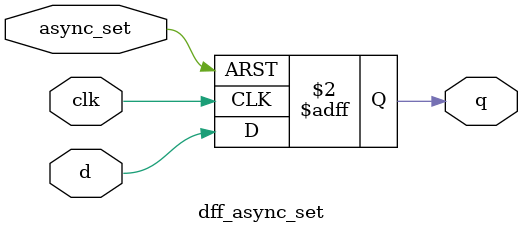
<source format=v>


module dff_async_set ( input clk ,  input async_set , input d , output reg q );
always @ (posedge clk , posedge async_set)
begin
	if(async_set)
		q <= 1'b1;
	else	
		q <= d;
end
endmodule

</source>
